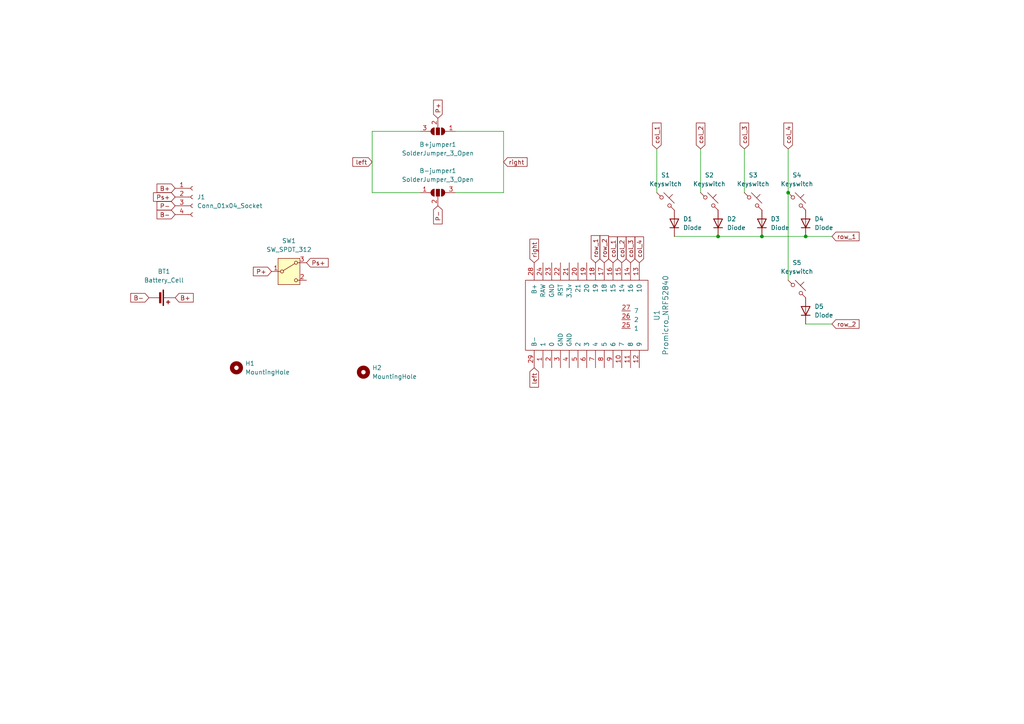
<source format=kicad_sch>
(kicad_sch (version 20250114) (generator "eeschema") (generator_version "9.0")
  (paper "A4")
  (lib_symbols
    (symbol "Connector:Conn_01x04_Socket" (pin_names (offset 1.016) (hide yes))
      (property "Reference" "J" (at 0 5.08 0))
      (property "Value" "Conn_01x04_Socket" (at 0 -7.62 0))
      (symbol "Conn_01x04_Socket_1_1"
        (polyline (pts (xy -1.27 2.54) (xy -0.508 2.54)) (stroke (width 0.1524)))
        (polyline (pts (xy -1.27 0) (xy -0.508 0)) (stroke (width 0.1524)))
        (polyline (pts (xy -1.27 -2.54) (xy -0.508 -2.54)) (stroke (width 0.1524)))
        (polyline (pts (xy -1.27 -5.08) (xy -0.508 -5.08)) (stroke (width 0.1524)))
        (arc (start 0 2.032) (mid -0.5058 2.54) (end 0 3.048) (stroke (width 0.1524)))
        (arc (start 0 -0.508) (mid -0.5058 0) (end 0 0.508) (stroke (width 0.1524)))
        (arc (start 0 -3.048) (mid -0.5058 -2.54) (end 0 -2.032) (stroke (width 0.1524)))
        (arc (start 0 -5.588) (mid -0.5058 -5.08) (end 0 -4.572) (stroke (width 0.1524)))
        (pin passive line (at -5.08 2.54 0) (length 3.81) (name "Pin_1") (number "1"))
        (pin passive line (at -5.08 0 0) (length 3.81) (name "Pin_2") (number "2"))
        (pin passive line (at -5.08 -2.54 0) (length 3.81) (name "Pin_3") (number "3"))
        (pin passive line (at -5.08 -5.08 0) (length 3.81) (name "Pin_4") (number "4"))
      )
    )
    (symbol "Device:Battery_Cell" (pin_numbers (hide yes)) (pin_names (offset 0) (hide yes))
      (property "Reference" "BT" (at 2.54 2.54 0))
      (property "Value" "Battery_Cell" (at 2.54 0 0))
      (symbol "Battery_Cell_0_1"
        (rectangle (start -2.286 1.778) (end 2.286 1.524) (fill (type outline)))
        (rectangle (start -1.524 1.016) (end 1.524 0.508) (fill (type outline)))
        (polyline (pts (xy 0 1.778) (xy 0 2.54)))
        (polyline (pts (xy 0 0.762) (xy 0 0)))
        (polyline (pts (xy 0.762 3.048) (xy 1.778 3.048)) (stroke (width 0.254)))
        (polyline (pts (xy 1.27 3.556) (xy 1.27 2.54)) (stroke (width 0.254)))
      )
      (symbol "Battery_Cell_1_1"
        (pin passive line (at 0 5.08 270) (length 2.54) (name "+") (number "1"))
        (pin passive line (at 0 -2.54 90) (length 2.54) (name "-") (number "2"))
      )
    )
    (symbol "Jumper:SolderJumper_3_Open" (pin_names (offset 0) (hide yes)) (in_bom no)
      (property "Reference" "JP" (at -2.54 -2.54 0))
      (property "Value" "SolderJumper_3_Open" (at 0 2.794 0))
      (symbol "SolderJumper_3_Open_0_1"
        (polyline (pts (xy -2.54 0) (xy -2.032 0)))
        (polyline (pts (xy -1.016 1.016) (xy -1.016 -1.016)))
        (arc (start -1.016 -1.016) (mid -2.0276 0) (end -1.016 1.016))
        (arc (start -1.016 -1.016) (mid -2.0276 0) (end -1.016 1.016) (fill (type outline)))
        (rectangle (start -0.508 1.016) (end 0.508 -1.016) (fill (type outline)))
        (polyline (pts (xy 0 -1.27) (xy 0 -1.016)))
        (arc (start 1.016 1.016) (mid 2.0276 0) (end 1.016 -1.016))
        (arc (start 1.016 1.016) (mid 2.0276 0) (end 1.016 -1.016) (fill (type outline)))
        (polyline (pts (xy 1.016 1.016) (xy 1.016 -1.016)))
        (polyline (pts (xy 2.54 0) (xy 2.032 0)))
      )
      (symbol "SolderJumper_3_Open_1_1"
        (pin passive line (at -5.08 0 0) (length 2.54) (name "A") (number "1"))
        (pin passive line (at 0 -3.81 90) (length 2.54) (name "C") (number "2"))
        (pin passive line (at 5.08 0 180) (length 2.54) (name "B") (number "3"))
      )
    )
    (symbol "Lander03xD:MCU_promicro_nrf52840" (pin_names (offset 1.016))
      (property "Reference" "U" (at 0 0 0))
      (property "Value" "Promicro_NRF52840" (at 0 -20.32 0))
      (symbol "MCU_promicro_nrf52840_0_1"
        (rectangle (start -10.16 17.78) (end 10.16 -17.78))
      )
      (symbol "MCU_promicro_nrf52840_1_1"
        (pin input line (at -15.24 15.24 0) (length 5.08) (name "B-") (number "29"))
        (pin input line (at -15.24 12.7 0) (length 5.08) (name "1") (number "1"))
        (pin input line (at -15.24 10.16 0) (length 5.08) (name "0") (number "2"))
        (pin input line (at -15.24 7.62 0) (length 5.08) (name "GND") (number "3"))
        (pin input line (at -15.24 5.08 0) (length 5.08) (name "GND") (number "4"))
        (pin input line (at -15.24 2.54 0) (length 5.08) (name "2") (number "5"))
        (pin input line (at -15.24 0 0) (length 5.08) (name "3") (number "6"))
        (pin input line (at -15.24 -2.54 0) (length 5.08) (name "4") (number "7"))
        (pin input line (at -15.24 -5.08 0) (length 5.08) (name "5") (number "8"))
        (pin input line (at -15.24 -7.62 0) (length 5.08) (name "6") (number "9"))
        (pin input line (at -15.24 -10.16 0) (length 5.08) (name "7") (number "10"))
        (pin input line (at -15.24 -12.7 0) (length 5.08) (name "8") (number "11"))
        (pin input line (at -15.24 -15.24 0) (length 5.08) (name "9") (number "12"))
        (pin input line (at -3.81 -10.16 270) (length 2.5) (name "1") (number "25"))
        (pin input line (at -1.27 -10.16 270) (length 2.5) (name "2") (number "26"))
        (pin input line (at 1.27 -10.16 270) (length 2.5) (name "7") (number "27"))
        (pin input line (at 15.24 15.24 180) (length 5.08) (name "B+") (number "28"))
        (pin input line (at 15.24 12.7 180) (length 5.08) (name "RAW") (number "24"))
        (pin input line (at 15.24 10.16 180) (length 5.08) (name "GND") (number "23"))
        (pin input line (at 15.24 7.62 180) (length 5.08) (name "RST") (number "22"))
        (pin input line (at 15.24 5.08 180) (length 5.08) (name "3.3v") (number "21"))
        (pin input line (at 15.24 2.54 180) (length 5.08) (name "21") (number "20"))
        (pin input line (at 15.24 0 180) (length 5.08) (name "20") (number "19"))
        (pin input line (at 15.24 -2.54 180) (length 5.08) (name "19") (number "18"))
        (pin input line (at 15.24 -5.08 180) (length 5.08) (name "18") (number "17"))
        (pin input line (at 15.24 -7.62 180) (length 5.08) (name "15") (number "16"))
        (pin input line (at 15.24 -10.16 180) (length 5.08) (name "14") (number "15"))
        (pin input line (at 15.24 -12.7 180) (length 5.08) (name "16") (number "14"))
        (pin input line (at 15.24 -15.24 180) (length 5.08) (name "10") (number "13"))
      )
    )
    (symbol "Mechanical:MountingHole" (pin_names (offset 1.016)) (in_bom no)
      (property "Reference" "H" (at 0 5.08 0))
      (property "Value" "MountingHole" (at 0 3.175 0))
      (symbol "MountingHole_0_1"
        (circle (center 0 0) (radius 1.27) (stroke (width 1.27)))
      )
    )
    (symbol "ScottoKeebs:Placeholder_Diode" (pin_numbers (hide yes)) (pin_names (hide yes))
      (property "Reference" "D" (at 0 2.54 0))
      (property "Value" "Diode" (at 0 -2.54 0))
      (symbol "Placeholder_Diode_0_1"
        (polyline (pts (xy -1.27 1.27) (xy -1.27 -1.27)) (stroke (width 0.254)))
        (polyline (pts (xy 1.27 1.27) (xy 1.27 -1.27) (xy -1.27 0) (xy 1.27 1.27)) (stroke (width 0.254)))
        (polyline (pts (xy 1.27 0) (xy -1.27 0)))
      )
      (symbol "Placeholder_Diode_1_1"
        (pin passive line (at -3.81 0 0) (length 2.54) (name "K") (number "1"))
        (pin passive line (at 3.81 0 180) (length 2.54) (name "A") (number "2"))
      )
    )
    (symbol "ScottoKeebs:Placeholder_Keyswitch" (pin_numbers (hide yes)) (pin_names (offset 1.016) (hide yes))
      (property "Reference" "S" (at 3.048 1.016 0))
      (property "Value" "Keyswitch" (at 0 -3.81 0))
      (symbol "Placeholder_Keyswitch_0_1"
        (polyline (pts (xy -2.54 2.54) (xy -1.524 1.524) (xy -1.524 1.524)))
        (circle (center -1.1684 1.1684) (radius 0.508))
        (polyline (pts (xy -0.508 2.54) (xy 2.54 -0.508)))
        (polyline (pts (xy 1.016 1.016) (xy 2.032 2.032)))
        (circle (center 1.143 -1.1938) (radius 0.508))
        (polyline (pts (xy 1.524 -1.524) (xy 2.54 -2.54) (xy 2.54 -2.54) (xy 2.54 -2.54)))
        (pin passive line (at -2.54 2.54 0) (length 0) (name "1") (number "1"))
        (pin passive line (at 2.54 -2.54 180) (length 0) (name "2") (number "2"))
      )
    )
    (symbol "Switch:SW_SPDT_312" (pin_names (offset 1) (hide yes))
      (property "Reference" "SW" (at 0 5.08 0))
      (property "Value" "SW_SPDT_312" (at 0 -5.08 0))
      (symbol "SW_SPDT_312_0_1"
        (circle (center -2.032 0) (radius 0.4572))
        (polyline (pts (xy -1.651 0.254) (xy 1.651 2.286)))
        (circle (center 2.032 2.54) (radius 0.4572))
        (circle (center 2.032 -2.54) (radius 0.4572))
      )
      (symbol "SW_SPDT_312_1_1"
        (rectangle (start -3.175 3.81) (end 3.175 -3.81) (fill (type background)))
        (pin passive line (at -5.08 0 0) (length 2.54) (name "B") (number "1"))
        (pin passive line (at 5.08 2.54 180) (length 2.54) (name "A") (number "3"))
        (pin passive line (at 5.08 -2.54 180) (length 2.54) (name "C") (number "2"))
      )
    )
  )
  (junction (at 233.68 68.58))
  (junction (at 220.98 68.58))
  (junction (at 228.6 55.88))
  (junction (at 208.28 68.58))
  (wire (pts (xy 146.05 55.88) (xy 132.08 55.88)))
  (wire (pts (xy 208.28 68.58) (xy 220.98 68.58)))
  (wire (pts (xy 203.2 43.18) (xy 203.2 55.88)))
  (wire (pts (xy 228.6 43.18) (xy 228.6 55.88)))
  (wire (pts (xy 146.05 55.88) (xy 146.05 38.1)))
  (wire (pts (xy 220.98 68.58) (xy 233.68 68.58)))
  (wire (pts (xy 233.68 68.58) (xy 241.3 68.58)))
  (wire (pts (xy 195.58 68.58) (xy 208.28 68.58)))
  (wire (pts (xy 228.6 55.88) (xy 228.6 81.28)))
  (wire (pts (xy 233.68 93.98) (xy 241.3 93.98)))
  (wire (pts (xy 132.08 38.1) (xy 146.05 38.1)))
  (wire (pts (xy 215.9 43.18) (xy 215.9 55.88)))
  (wire (pts (xy 107.95 38.1) (xy 121.92 38.1)))
  (wire (pts (xy 121.92 55.88) (xy 107.95 55.88)))
  (wire (pts (xy 107.95 38.1) (xy 107.95 55.88)))
  (wire (pts (xy 190.5 43.18) (xy 190.5 55.88)))
  (global_label "B-" (shape input) (at 50.8 62.23 180) (property "Intersheetrefs" "${INTERSHEET_REFS}" (effects (hide yes))))
  (global_label "col_4" (shape input) (at 228.6 43.18 90) (property "Intersheetrefs" "${INTERSHEET_REFS}" (effects (hide yes))))
  (global_label "left" (shape input) (at 107.95 46.99 180) (property "Intersheetrefs" "${INTERSHEET_REFS}" (effects (hide yes))))
  (global_label "P+" (shape input) (at 78.74 78.74 180) (property "Intersheetrefs" "${INTERSHEET_REFS}" (effects (hide yes))))
  (global_label "right" (shape input) (at 154.94 76.2 90) (property "Intersheetrefs" "${INTERSHEET_REFS}" (effects (hide yes))))
  (global_label "P-" (shape input) (at 127 59.69 270) (property "Intersheetrefs" "${INTERSHEET_REFS}" (effects (hide yes))))
  (global_label "P+" (shape input) (at 127 34.29 90) (property "Intersheetrefs" "${INTERSHEET_REFS}" (effects (hide yes))))
  (global_label "B+" (shape input) (at 50.8 86.36 0) (property "Intersheetrefs" "${INTERSHEET_REFS}" (effects (hide yes))))
  (global_label "Ps+" (shape input) (at 88.9 76.2 0) (property "Intersheetrefs" "${INTERSHEET_REFS}" (effects (hide yes))))
  (global_label "col_3" (shape input) (at 215.9 43.18 90) (property "Intersheetrefs" "${INTERSHEET_REFS}" (effects (hide yes))))
  (global_label "col_1" (shape input) (at 190.5 43.18 90) (property "Intersheetrefs" "${INTERSHEET_REFS}" (effects (hide yes))))
  (global_label "col_2" (shape input) (at 203.2 43.18 90) (property "Intersheetrefs" "${INTERSHEET_REFS}" (effects (hide yes))))
  (global_label "row_2" (shape input) (at 241.3 93.98 0) (property "Intersheetrefs" "${INTERSHEET_REFS}" (effects (hide yes))))
  (global_label "row_2" (shape input) (at 175.26 76.2 90) (property "Intersheetrefs" "${INTERSHEET_REFS}" (effects (hide yes))))
  (global_label "left" (shape input) (at 154.94 106.68 270) (property "Intersheetrefs" "${INTERSHEET_REFS}" (effects (hide yes))))
  (global_label "P-" (shape input) (at 50.8 59.69 180) (property "Intersheetrefs" "${INTERSHEET_REFS}" (effects (hide yes))))
  (global_label "Ps+" (shape input) (at 50.8 57.15 180) (property "Intersheetrefs" "${INTERSHEET_REFS}" (effects (hide yes))))
  (global_label "row_1" (shape input) (at 241.3 68.58 0) (property "Intersheetrefs" "${INTERSHEET_REFS}" (effects (hide yes))))
  (global_label "col_1" (shape input) (at 177.8 76.2 90) (property "Intersheetrefs" "${INTERSHEET_REFS}" (effects (hide yes))))
  (global_label "B-" (shape input) (at 43.18 86.36 180) (property "Intersheetrefs" "${INTERSHEET_REFS}" (effects (hide yes))))
  (global_label "col_4" (shape input) (at 185.42 76.2 90) (property "Intersheetrefs" "${INTERSHEET_REFS}" (effects (hide yes))))
  (global_label "right" (shape input) (at 146.05 46.99 0) (property "Intersheetrefs" "${INTERSHEET_REFS}" (effects (hide yes))))
  (global_label "col_3" (shape input) (at 182.88 76.2 90) (property "Intersheetrefs" "${INTERSHEET_REFS}" (effects (hide yes))))
  (global_label "col_2" (shape input) (at 180.34 76.2 90) (property "Intersheetrefs" "${INTERSHEET_REFS}" (effects (hide yes))))
  (global_label "B+" (shape input) (at 50.8 54.61 180) (property "Intersheetrefs" "${INTERSHEET_REFS}" (effects (hide yes))))
  (global_label "row_1" (shape input) (at 172.72 76.2 90) (property "Intersheetrefs" "${INTERSHEET_REFS}" (effects (hide yes))))
  (symbol (lib_id "ScottoKeebs:Placeholder_Diode") (at 195.58 64.77 90) (unit 1)
    (property "Reference" "D1" (at 198.12 63.4999 90) (effects (justify right)))
    (property "Value" "Diode" (at 198.12 66.0399 90) (effects (justify right)))
    (property "Footprint" "lander03xD:Diode_DO-35_DO35_unprinted" (effects (hide yes)))
    (property "Description" "1N4148 (DO-35) or 1N4148W (SOD-123)" (effects (hide yes)))
    (property "Sim.Device" "D" (effects (hide yes)))
    (property "Sim.Pins" "1=K 2=A" (effects (hide yes)))
  )
  (symbol (lib_id "Device:Battery_Cell") (at 45.72 86.36 270) (unit 1)
    (property "Reference" "BT1" (at 47.5615 78.74 90))
    (property "Value" "Battery_Cell" (at 47.5615 81.28 90))
    (property "Footprint" "lander03xD:SbM-9202_14250_battery_holder" (effects (hide yes)))
    (property "Description" "Single-cell battery" (effects (hide yes)))
  )
  (symbol (lib_id "ScottoKeebs:Placeholder_Keyswitch") (at 193.04 58.42 0) (unit 1)
    (property "Reference" "S1" (at 193.04 50.8 0))
    (property "Value" "Keyswitch" (at 193.04 53.34 0))
    (property "Footprint" "lander03xD:Hotswap_MX_1.00u_reversible_18.5mm" (effects (hide yes)))
    (property "Description" "Push button switch, normally open, two pins, 45° tilted" (effects (hide yes)))
  )
  (symbol (lib_id "ScottoKeebs:Placeholder_Diode") (at 233.68 64.77 90) (unit 1)
    (property "Reference" "D4" (at 236.22 63.4999 90) (effects (justify right)))
    (property "Value" "Diode" (at 236.22 66.0399 90) (effects (justify right)))
    (property "Footprint" "lander03xD:Diode_DO-35_DO35_unprinted" (effects (hide yes)))
    (property "Description" "1N4148 (DO-35) or 1N4148W (SOD-123)" (effects (hide yes)))
    (property "Sim.Device" "D" (effects (hide yes)))
    (property "Sim.Pins" "1=K 2=A" (effects (hide yes)))
  )
  (symbol (lib_id "Connector:Conn_01x04_Socket") (at 55.88 57.15 0) (unit 1)
    (property "Reference" "J1" (at 57.15 57.1499 0) (effects (justify left)))
    (property "Value" "Conn_01x04_Socket" (at 57.15 59.6899 0) (effects (justify left)))
    (property "Footprint" "Apiaster:BMS 1S" (effects (hide yes)))
    (property "Description" "Generic connector, single row, 01x04, script generated" (effects (hide yes)))
  )
  (symbol (lib_id "ScottoKeebs:Placeholder_Keyswitch") (at 231.14 58.42 0) (unit 1)
    (property "Reference" "S4" (at 231.14 50.8 0))
    (property "Value" "Keyswitch" (at 231.14 53.34 0))
    (property "Footprint" "lander03xD:Hotswap_MX_1.00u_reversible_18.5mm" (effects (hide yes)))
    (property "Description" "Push button switch, normally open, two pins, 45° tilted" (effects (hide yes)))
  )
  (symbol (lib_id "Mechanical:MountingHole") (at 68.58 106.68 0) (unit 1) (in_bom no)
    (property "Reference" "H1" (at 71.12 105.4099 0) (effects (justify left)))
    (property "Value" "MountingHole" (at 71.12 107.9499 0) (effects (justify left)))
    (property "Footprint" "MountingHole:MountingHole_2.2mm_M2" (effects (hide yes)))
    (property "Description" "Mounting Hole without connection" (effects (hide yes)))
  )
  (symbol (lib_id "Jumper:SolderJumper_3_Open") (at 127 38.1 180) (unit 1) (in_bom no)
    (property "Reference" "B+jumper1" (at 127 41.91 0))
    (property "Value" "SolderJumper_3_Open" (at 127 44.45 0))
    (property "Footprint" "Jumper:SolderJumper-3_P2.0mm_Open_TrianglePad1.0x1.5mm" (effects (hide yes)))
    (property "Description" "Solder Jumper, 3-pole, open" (effects (hide yes)))
  )
  (symbol (lib_id "Jumper:SolderJumper_3_Open") (at 127 55.88 0) (unit 1) (in_bom no)
    (property "Reference" "B-jumper1" (at 127 49.53 0))
    (property "Value" "SolderJumper_3_Open" (at 127 52.07 0))
    (property "Footprint" "Jumper:SolderJumper-3_P2.0mm_Open_TrianglePad1.0x1.5mm" (effects (hide yes)))
    (property "Description" "Solder Jumper, 3-pole, open" (effects (hide yes)))
  )
  (symbol (lib_id "ScottoKeebs:Placeholder_Diode") (at 208.28 64.77 90) (unit 1)
    (property "Reference" "D2" (at 210.82 63.4999 90) (effects (justify right)))
    (property "Value" "Diode" (at 210.82 66.0399 90) (effects (justify right)))
    (property "Footprint" "lander03xD:Diode_DO-35_DO35_unprinted" (effects (hide yes)))
    (property "Description" "1N4148 (DO-35) or 1N4148W (SOD-123)" (effects (hide yes)))
    (property "Sim.Device" "D" (effects (hide yes)))
    (property "Sim.Pins" "1=K 2=A" (effects (hide yes)))
  )
  (symbol (lib_id "Lander03xD:MCU_promicro_nrf52840") (at 170.18 91.44 90) (unit 1)
    (property "Reference" "U1" (at 190.5 91.44 0) (effects (font (size 1.524 1.524))))
    (property "Value" "Promicro_NRF52840" (at 193.04 91.44 0) (effects (font (size 1.524 1.524))))
    (property "Footprint" "lander03xD:Promicro_nrf52840" (effects (hide yes)))
  )
  (symbol (lib_id "ScottoKeebs:Placeholder_Keyswitch") (at 218.44 58.42 0) (unit 1)
    (property "Reference" "S3" (at 218.44 50.8 0))
    (property "Value" "Keyswitch" (at 218.44 53.34 0))
    (property "Footprint" "lander03xD:Hotswap_MX_1.00u_reversible_18.5mm" (effects (hide yes)))
    (property "Description" "Push button switch, normally open, two pins, 45° tilted" (effects (hide yes)))
  )
  (symbol (lib_id "ScottoKeebs:Placeholder_Keyswitch") (at 231.14 83.82 0) (unit 1)
    (property "Reference" "S5" (at 231.14 76.2 0))
    (property "Value" "Keyswitch" (at 231.14 78.74 0))
    (property "Footprint" "lander03xD:Hotswap_MX_1.00u_reversible_18.5mm" (effects (hide yes)))
    (property "Description" "Push button switch, normally open, two pins, 45° tilted" (effects (hide yes)))
  )
  (symbol (lib_id "ScottoKeebs:Placeholder_Diode") (at 233.68 90.17 90) (unit 1)
    (property "Reference" "D5" (at 236.22 88.8999 90) (effects (justify right)))
    (property "Value" "Diode" (at 236.22 91.4399 90) (effects (justify right)))
    (property "Footprint" "lander03xD:Diode_DO-35_DO35_unprinted" (effects (hide yes)))
    (property "Description" "1N4148 (DO-35) or 1N4148W (SOD-123)" (effects (hide yes)))
    (property "Sim.Device" "D" (effects (hide yes)))
    (property "Sim.Pins" "1=K 2=A" (effects (hide yes)))
  )
  (symbol (lib_id "ScottoKeebs:Placeholder_Diode") (at 220.98 64.77 90) (unit 1)
    (property "Reference" "D3" (at 223.52 63.4999 90) (effects (justify right)))
    (property "Value" "Diode" (at 223.52 66.0399 90) (effects (justify right)))
    (property "Footprint" "lander03xD:Diode_DO-35_DO35_unprinted" (effects (hide yes)))
    (property "Description" "1N4148 (DO-35) or 1N4148W (SOD-123)" (effects (hide yes)))
    (property "Sim.Device" "D" (effects (hide yes)))
    (property "Sim.Pins" "1=K 2=A" (effects (hide yes)))
  )
  (symbol (lib_id "ScottoKeebs:Placeholder_Keyswitch") (at 205.74 58.42 0) (unit 1)
    (property "Reference" "S2" (at 205.74 50.8 0))
    (property "Value" "Keyswitch" (at 205.74 53.34 0))
    (property "Footprint" "lander03xD:Hotswap_MX_1.00u_reversible_18.5mm" (effects (hide yes)))
    (property "Description" "Push button switch, normally open, two pins, 45° tilted" (effects (hide yes)))
  )
  (symbol (lib_id "Switch:SW_SPDT_312") (at 83.82 78.74 0) (unit 1)
    (property "Reference" "SW1" (at 83.82 69.85 0))
    (property "Value" "SW_SPDT_312" (at 83.82 72.39 0))
    (property "Footprint" "lander03xD:SW_Vertical_Slide_5mm" (effects (hide yes)))
    (property "Description" "Switch, single pole double throw" (effects (hide yes)))
  )
  (symbol (lib_id "Mechanical:MountingHole") (at 105.41 107.95 0) (unit 1) (in_bom no)
    (property "Reference" "H2" (at 107.95 106.6799 0) (effects (justify left)))
    (property "Value" "MountingHole" (at 107.95 109.2199 0) (effects (justify left)))
    (property "Footprint" "MountingHole:MountingHole_2.2mm_M2" (effects (hide yes)))
    (property "Description" "Mounting Hole without connection" (effects (hide yes)))
  )
)
</source>
